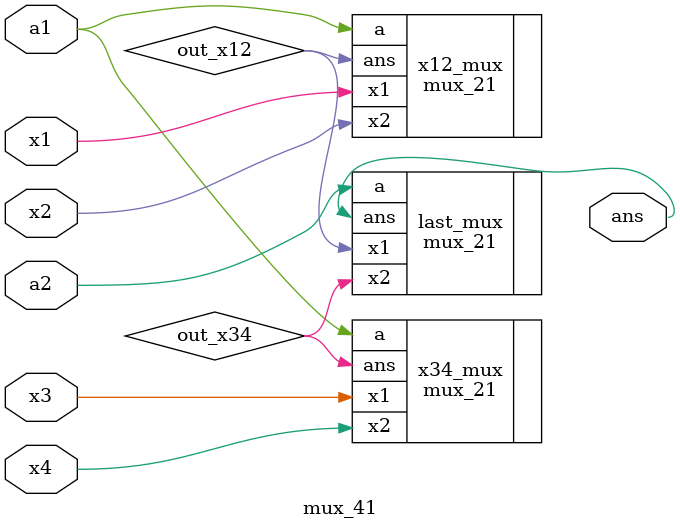
<source format=v>
`timescale 1ns / 1ps

module mux_41(
	input a1,
	input a2,
	input x1,
	input x2,
	input x3,
	input x4,
	output ans
	);

wire out_x12, out_x34;

mux_21 x12_mux( //for x1 and x2
	.a(a1),
	.x1(x1),
	.x2(x2),
	.ans(out_x12)
	);

mux_21 x34_mux( //for x3 and x4
	.a(a1),
	.x1(x3),
	.x2(x4),
	.ans(out_x34)
	);

mux_21 last_mux( 
	.a(a2),
	.x1(out_x12),
	.x2(out_x34),
	.ans(ans)
	);

endmodule
</source>
